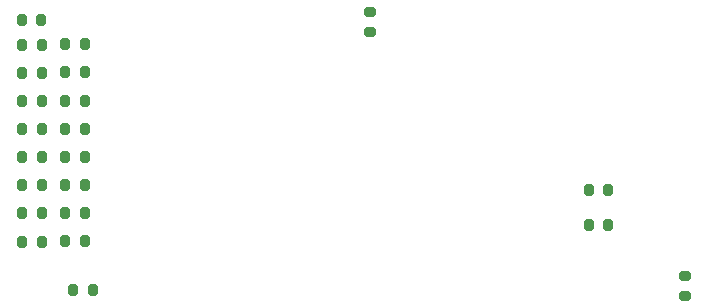
<source format=gbr>
%TF.GenerationSoftware,KiCad,Pcbnew,7.99.0-1900-g89780d353a*%
%TF.CreationDate,2023-07-25T10:26:20+03:00*%
%TF.ProjectId,KSS,4b53532e-6b69-4636-9164-5f7063625858,rev?*%
%TF.SameCoordinates,Original*%
%TF.FileFunction,Paste,Top*%
%TF.FilePolarity,Positive*%
%FSLAX46Y46*%
G04 Gerber Fmt 4.6, Leading zero omitted, Abs format (unit mm)*
G04 Created by KiCad (PCBNEW 7.99.0-1900-g89780d353a) date 2023-07-25 10:26:20*
%MOMM*%
%LPD*%
G01*
G04 APERTURE LIST*
G04 Aperture macros list*
%AMRoundRect*
0 Rectangle with rounded corners*
0 $1 Rounding radius*
0 $2 $3 $4 $5 $6 $7 $8 $9 X,Y pos of 4 corners*
0 Add a 4 corners polygon primitive as box body*
4,1,4,$2,$3,$4,$5,$6,$7,$8,$9,$2,$3,0*
0 Add four circle primitives for the rounded corners*
1,1,$1+$1,$2,$3*
1,1,$1+$1,$4,$5*
1,1,$1+$1,$6,$7*
1,1,$1+$1,$8,$9*
0 Add four rect primitives between the rounded corners*
20,1,$1+$1,$2,$3,$4,$5,0*
20,1,$1+$1,$4,$5,$6,$7,0*
20,1,$1+$1,$6,$7,$8,$9,0*
20,1,$1+$1,$8,$9,$2,$3,0*%
G04 Aperture macros list end*
%ADD10RoundRect,0.200000X0.200000X0.275000X-0.200000X0.275000X-0.200000X-0.275000X0.200000X-0.275000X0*%
%ADD11RoundRect,0.200000X-0.200000X-0.275000X0.200000X-0.275000X0.200000X0.275000X-0.200000X0.275000X0*%
%ADD12RoundRect,0.200000X0.275000X-0.200000X0.275000X0.200000X-0.275000X0.200000X-0.275000X-0.200000X0*%
%ADD13RoundRect,0.200000X-0.275000X0.200000X-0.275000X-0.200000X0.275000X-0.200000X0.275000X0.200000X0*%
G04 APERTURE END LIST*
D10*
%TO.C,P8*%
X97430000Y-97100000D03*
X95780000Y-97100000D03*
%TD*%
%TO.C,P2*%
X97430000Y-82802408D03*
X95780000Y-82802408D03*
%TD*%
%TO.C,P3*%
X97430000Y-85185340D03*
X95780000Y-85185340D03*
%TD*%
D11*
%TO.C,P10*%
X99410000Y-82782408D03*
X101060000Y-82782408D03*
%TD*%
%TO.C,P11*%
X99410000Y-85165340D03*
X101060000Y-85165340D03*
%TD*%
D10*
%TO.C,I1*%
X97365000Y-78370000D03*
X95715000Y-78370000D03*
%TD*%
D11*
%TO.C,I2*%
X100105000Y-101210000D03*
X101755000Y-101210000D03*
%TD*%
D10*
%TO.C,P7*%
X97430000Y-94717068D03*
X95780000Y-94717068D03*
%TD*%
D11*
%TO.C,P9*%
X99410000Y-80399476D03*
X101060000Y-80399476D03*
%TD*%
%TO.C,P14*%
X99410000Y-92314136D03*
X101060000Y-92314136D03*
%TD*%
D12*
%TO.C,T1*%
X125240000Y-79335000D03*
X125240000Y-77685000D03*
%TD*%
D13*
%TO.C,T2*%
X151910000Y-100055000D03*
X151910000Y-101705000D03*
%TD*%
D10*
%TO.C,P1*%
X97430000Y-80419476D03*
X95780000Y-80419476D03*
%TD*%
%TO.C,P6*%
X97430000Y-92334136D03*
X95780000Y-92334136D03*
%TD*%
%TO.C,P4*%
X97430000Y-87568272D03*
X95780000Y-87568272D03*
%TD*%
D11*
%TO.C,P16*%
X99410000Y-97080000D03*
X101060000Y-97080000D03*
%TD*%
%TO.C,P15*%
X99410000Y-94697068D03*
X101060000Y-94697068D03*
%TD*%
D10*
%TO.C,P5*%
X97430000Y-89951204D03*
X95780000Y-89951204D03*
%TD*%
D11*
%TO.C,G2*%
X143715000Y-95710000D03*
X145365000Y-95710000D03*
%TD*%
%TO.C,P13*%
X99410000Y-89931204D03*
X101060000Y-89931204D03*
%TD*%
%TO.C,P12*%
X99410000Y-87548272D03*
X101060000Y-87548272D03*
%TD*%
%TO.C,G1*%
X143715000Y-92760000D03*
X145365000Y-92760000D03*
%TD*%
M02*

</source>
